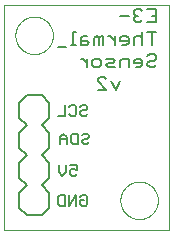
<source format=gbo>
G75*
%MOIN*%
%OFA0B0*%
%FSLAX25Y25*%
%IPPOS*%
%LPD*%
%AMOC8*
5,1,8,0,0,1.08239X$1,22.5*
%
%ADD10C,0.00000*%
%ADD11C,0.00600*%
%ADD12C,0.00500*%
%ADD13C,0.00800*%
D10*
X0016575Y0001500D02*
X0016575Y0076500D01*
X0071575Y0076500D01*
X0071575Y0001500D01*
X0016575Y0001500D01*
X0055325Y0011500D02*
X0055327Y0011658D01*
X0055333Y0011815D01*
X0055343Y0011973D01*
X0055357Y0012130D01*
X0055375Y0012286D01*
X0055396Y0012443D01*
X0055422Y0012598D01*
X0055452Y0012753D01*
X0055485Y0012907D01*
X0055523Y0013060D01*
X0055564Y0013213D01*
X0055609Y0013364D01*
X0055658Y0013514D01*
X0055711Y0013662D01*
X0055767Y0013810D01*
X0055828Y0013955D01*
X0055891Y0014100D01*
X0055959Y0014242D01*
X0056030Y0014383D01*
X0056104Y0014522D01*
X0056182Y0014659D01*
X0056264Y0014794D01*
X0056348Y0014927D01*
X0056437Y0015058D01*
X0056528Y0015186D01*
X0056623Y0015313D01*
X0056720Y0015436D01*
X0056821Y0015558D01*
X0056925Y0015676D01*
X0057032Y0015792D01*
X0057142Y0015905D01*
X0057254Y0016016D01*
X0057370Y0016123D01*
X0057488Y0016228D01*
X0057608Y0016330D01*
X0057731Y0016428D01*
X0057857Y0016524D01*
X0057985Y0016616D01*
X0058115Y0016705D01*
X0058247Y0016791D01*
X0058382Y0016873D01*
X0058519Y0016952D01*
X0058657Y0017027D01*
X0058797Y0017099D01*
X0058940Y0017167D01*
X0059083Y0017232D01*
X0059229Y0017293D01*
X0059376Y0017350D01*
X0059524Y0017404D01*
X0059674Y0017454D01*
X0059824Y0017500D01*
X0059976Y0017542D01*
X0060129Y0017581D01*
X0060283Y0017615D01*
X0060438Y0017646D01*
X0060593Y0017672D01*
X0060749Y0017695D01*
X0060906Y0017714D01*
X0061063Y0017729D01*
X0061220Y0017740D01*
X0061378Y0017747D01*
X0061536Y0017750D01*
X0061693Y0017749D01*
X0061851Y0017744D01*
X0062008Y0017735D01*
X0062166Y0017722D01*
X0062322Y0017705D01*
X0062479Y0017684D01*
X0062634Y0017660D01*
X0062789Y0017631D01*
X0062944Y0017598D01*
X0063097Y0017562D01*
X0063250Y0017521D01*
X0063401Y0017477D01*
X0063551Y0017429D01*
X0063700Y0017378D01*
X0063848Y0017322D01*
X0063994Y0017263D01*
X0064139Y0017200D01*
X0064282Y0017133D01*
X0064423Y0017063D01*
X0064562Y0016990D01*
X0064700Y0016913D01*
X0064836Y0016832D01*
X0064969Y0016748D01*
X0065100Y0016661D01*
X0065229Y0016570D01*
X0065356Y0016476D01*
X0065481Y0016379D01*
X0065602Y0016279D01*
X0065722Y0016176D01*
X0065838Y0016070D01*
X0065952Y0015961D01*
X0066064Y0015849D01*
X0066172Y0015735D01*
X0066277Y0015617D01*
X0066380Y0015497D01*
X0066479Y0015375D01*
X0066575Y0015250D01*
X0066668Y0015122D01*
X0066758Y0014993D01*
X0066844Y0014861D01*
X0066928Y0014727D01*
X0067007Y0014591D01*
X0067084Y0014453D01*
X0067156Y0014313D01*
X0067225Y0014171D01*
X0067291Y0014028D01*
X0067353Y0013883D01*
X0067411Y0013736D01*
X0067466Y0013588D01*
X0067517Y0013439D01*
X0067564Y0013288D01*
X0067607Y0013137D01*
X0067646Y0012984D01*
X0067682Y0012830D01*
X0067713Y0012676D01*
X0067741Y0012521D01*
X0067765Y0012365D01*
X0067785Y0012208D01*
X0067801Y0012051D01*
X0067813Y0011894D01*
X0067821Y0011737D01*
X0067825Y0011579D01*
X0067825Y0011421D01*
X0067821Y0011263D01*
X0067813Y0011106D01*
X0067801Y0010949D01*
X0067785Y0010792D01*
X0067765Y0010635D01*
X0067741Y0010479D01*
X0067713Y0010324D01*
X0067682Y0010170D01*
X0067646Y0010016D01*
X0067607Y0009863D01*
X0067564Y0009712D01*
X0067517Y0009561D01*
X0067466Y0009412D01*
X0067411Y0009264D01*
X0067353Y0009117D01*
X0067291Y0008972D01*
X0067225Y0008829D01*
X0067156Y0008687D01*
X0067084Y0008547D01*
X0067007Y0008409D01*
X0066928Y0008273D01*
X0066844Y0008139D01*
X0066758Y0008007D01*
X0066668Y0007878D01*
X0066575Y0007750D01*
X0066479Y0007625D01*
X0066380Y0007503D01*
X0066277Y0007383D01*
X0066172Y0007265D01*
X0066064Y0007151D01*
X0065952Y0007039D01*
X0065838Y0006930D01*
X0065722Y0006824D01*
X0065602Y0006721D01*
X0065481Y0006621D01*
X0065356Y0006524D01*
X0065229Y0006430D01*
X0065100Y0006339D01*
X0064969Y0006252D01*
X0064836Y0006168D01*
X0064700Y0006087D01*
X0064562Y0006010D01*
X0064423Y0005937D01*
X0064282Y0005867D01*
X0064139Y0005800D01*
X0063994Y0005737D01*
X0063848Y0005678D01*
X0063700Y0005622D01*
X0063551Y0005571D01*
X0063401Y0005523D01*
X0063250Y0005479D01*
X0063097Y0005438D01*
X0062944Y0005402D01*
X0062789Y0005369D01*
X0062634Y0005340D01*
X0062479Y0005316D01*
X0062322Y0005295D01*
X0062166Y0005278D01*
X0062008Y0005265D01*
X0061851Y0005256D01*
X0061693Y0005251D01*
X0061536Y0005250D01*
X0061378Y0005253D01*
X0061220Y0005260D01*
X0061063Y0005271D01*
X0060906Y0005286D01*
X0060749Y0005305D01*
X0060593Y0005328D01*
X0060438Y0005354D01*
X0060283Y0005385D01*
X0060129Y0005419D01*
X0059976Y0005458D01*
X0059824Y0005500D01*
X0059674Y0005546D01*
X0059524Y0005596D01*
X0059376Y0005650D01*
X0059229Y0005707D01*
X0059083Y0005768D01*
X0058940Y0005833D01*
X0058797Y0005901D01*
X0058657Y0005973D01*
X0058519Y0006048D01*
X0058382Y0006127D01*
X0058247Y0006209D01*
X0058115Y0006295D01*
X0057985Y0006384D01*
X0057857Y0006476D01*
X0057731Y0006572D01*
X0057608Y0006670D01*
X0057488Y0006772D01*
X0057370Y0006877D01*
X0057254Y0006984D01*
X0057142Y0007095D01*
X0057032Y0007208D01*
X0056925Y0007324D01*
X0056821Y0007442D01*
X0056720Y0007564D01*
X0056623Y0007687D01*
X0056528Y0007814D01*
X0056437Y0007942D01*
X0056348Y0008073D01*
X0056264Y0008206D01*
X0056182Y0008341D01*
X0056104Y0008478D01*
X0056030Y0008617D01*
X0055959Y0008758D01*
X0055891Y0008900D01*
X0055828Y0009045D01*
X0055767Y0009190D01*
X0055711Y0009338D01*
X0055658Y0009486D01*
X0055609Y0009636D01*
X0055564Y0009787D01*
X0055523Y0009940D01*
X0055485Y0010093D01*
X0055452Y0010247D01*
X0055422Y0010402D01*
X0055396Y0010557D01*
X0055375Y0010714D01*
X0055357Y0010870D01*
X0055343Y0011027D01*
X0055333Y0011185D01*
X0055327Y0011342D01*
X0055325Y0011500D01*
X0020325Y0066500D02*
X0020327Y0066658D01*
X0020333Y0066815D01*
X0020343Y0066973D01*
X0020357Y0067130D01*
X0020375Y0067286D01*
X0020396Y0067443D01*
X0020422Y0067598D01*
X0020452Y0067753D01*
X0020485Y0067907D01*
X0020523Y0068060D01*
X0020564Y0068213D01*
X0020609Y0068364D01*
X0020658Y0068514D01*
X0020711Y0068662D01*
X0020767Y0068810D01*
X0020828Y0068955D01*
X0020891Y0069100D01*
X0020959Y0069242D01*
X0021030Y0069383D01*
X0021104Y0069522D01*
X0021182Y0069659D01*
X0021264Y0069794D01*
X0021348Y0069927D01*
X0021437Y0070058D01*
X0021528Y0070186D01*
X0021623Y0070313D01*
X0021720Y0070436D01*
X0021821Y0070558D01*
X0021925Y0070676D01*
X0022032Y0070792D01*
X0022142Y0070905D01*
X0022254Y0071016D01*
X0022370Y0071123D01*
X0022488Y0071228D01*
X0022608Y0071330D01*
X0022731Y0071428D01*
X0022857Y0071524D01*
X0022985Y0071616D01*
X0023115Y0071705D01*
X0023247Y0071791D01*
X0023382Y0071873D01*
X0023519Y0071952D01*
X0023657Y0072027D01*
X0023797Y0072099D01*
X0023940Y0072167D01*
X0024083Y0072232D01*
X0024229Y0072293D01*
X0024376Y0072350D01*
X0024524Y0072404D01*
X0024674Y0072454D01*
X0024824Y0072500D01*
X0024976Y0072542D01*
X0025129Y0072581D01*
X0025283Y0072615D01*
X0025438Y0072646D01*
X0025593Y0072672D01*
X0025749Y0072695D01*
X0025906Y0072714D01*
X0026063Y0072729D01*
X0026220Y0072740D01*
X0026378Y0072747D01*
X0026536Y0072750D01*
X0026693Y0072749D01*
X0026851Y0072744D01*
X0027008Y0072735D01*
X0027166Y0072722D01*
X0027322Y0072705D01*
X0027479Y0072684D01*
X0027634Y0072660D01*
X0027789Y0072631D01*
X0027944Y0072598D01*
X0028097Y0072562D01*
X0028250Y0072521D01*
X0028401Y0072477D01*
X0028551Y0072429D01*
X0028700Y0072378D01*
X0028848Y0072322D01*
X0028994Y0072263D01*
X0029139Y0072200D01*
X0029282Y0072133D01*
X0029423Y0072063D01*
X0029562Y0071990D01*
X0029700Y0071913D01*
X0029836Y0071832D01*
X0029969Y0071748D01*
X0030100Y0071661D01*
X0030229Y0071570D01*
X0030356Y0071476D01*
X0030481Y0071379D01*
X0030602Y0071279D01*
X0030722Y0071176D01*
X0030838Y0071070D01*
X0030952Y0070961D01*
X0031064Y0070849D01*
X0031172Y0070735D01*
X0031277Y0070617D01*
X0031380Y0070497D01*
X0031479Y0070375D01*
X0031575Y0070250D01*
X0031668Y0070122D01*
X0031758Y0069993D01*
X0031844Y0069861D01*
X0031928Y0069727D01*
X0032007Y0069591D01*
X0032084Y0069453D01*
X0032156Y0069313D01*
X0032225Y0069171D01*
X0032291Y0069028D01*
X0032353Y0068883D01*
X0032411Y0068736D01*
X0032466Y0068588D01*
X0032517Y0068439D01*
X0032564Y0068288D01*
X0032607Y0068137D01*
X0032646Y0067984D01*
X0032682Y0067830D01*
X0032713Y0067676D01*
X0032741Y0067521D01*
X0032765Y0067365D01*
X0032785Y0067208D01*
X0032801Y0067051D01*
X0032813Y0066894D01*
X0032821Y0066737D01*
X0032825Y0066579D01*
X0032825Y0066421D01*
X0032821Y0066263D01*
X0032813Y0066106D01*
X0032801Y0065949D01*
X0032785Y0065792D01*
X0032765Y0065635D01*
X0032741Y0065479D01*
X0032713Y0065324D01*
X0032682Y0065170D01*
X0032646Y0065016D01*
X0032607Y0064863D01*
X0032564Y0064712D01*
X0032517Y0064561D01*
X0032466Y0064412D01*
X0032411Y0064264D01*
X0032353Y0064117D01*
X0032291Y0063972D01*
X0032225Y0063829D01*
X0032156Y0063687D01*
X0032084Y0063547D01*
X0032007Y0063409D01*
X0031928Y0063273D01*
X0031844Y0063139D01*
X0031758Y0063007D01*
X0031668Y0062878D01*
X0031575Y0062750D01*
X0031479Y0062625D01*
X0031380Y0062503D01*
X0031277Y0062383D01*
X0031172Y0062265D01*
X0031064Y0062151D01*
X0030952Y0062039D01*
X0030838Y0061930D01*
X0030722Y0061824D01*
X0030602Y0061721D01*
X0030481Y0061621D01*
X0030356Y0061524D01*
X0030229Y0061430D01*
X0030100Y0061339D01*
X0029969Y0061252D01*
X0029836Y0061168D01*
X0029700Y0061087D01*
X0029562Y0061010D01*
X0029423Y0060937D01*
X0029282Y0060867D01*
X0029139Y0060800D01*
X0028994Y0060737D01*
X0028848Y0060678D01*
X0028700Y0060622D01*
X0028551Y0060571D01*
X0028401Y0060523D01*
X0028250Y0060479D01*
X0028097Y0060438D01*
X0027944Y0060402D01*
X0027789Y0060369D01*
X0027634Y0060340D01*
X0027479Y0060316D01*
X0027322Y0060295D01*
X0027166Y0060278D01*
X0027008Y0060265D01*
X0026851Y0060256D01*
X0026693Y0060251D01*
X0026536Y0060250D01*
X0026378Y0060253D01*
X0026220Y0060260D01*
X0026063Y0060271D01*
X0025906Y0060286D01*
X0025749Y0060305D01*
X0025593Y0060328D01*
X0025438Y0060354D01*
X0025283Y0060385D01*
X0025129Y0060419D01*
X0024976Y0060458D01*
X0024824Y0060500D01*
X0024674Y0060546D01*
X0024524Y0060596D01*
X0024376Y0060650D01*
X0024229Y0060707D01*
X0024083Y0060768D01*
X0023940Y0060833D01*
X0023797Y0060901D01*
X0023657Y0060973D01*
X0023519Y0061048D01*
X0023382Y0061127D01*
X0023247Y0061209D01*
X0023115Y0061295D01*
X0022985Y0061384D01*
X0022857Y0061476D01*
X0022731Y0061572D01*
X0022608Y0061670D01*
X0022488Y0061772D01*
X0022370Y0061877D01*
X0022254Y0061984D01*
X0022142Y0062095D01*
X0022032Y0062208D01*
X0021925Y0062324D01*
X0021821Y0062442D01*
X0021720Y0062564D01*
X0021623Y0062687D01*
X0021528Y0062814D01*
X0021437Y0062942D01*
X0021348Y0063073D01*
X0021264Y0063206D01*
X0021182Y0063341D01*
X0021104Y0063478D01*
X0021030Y0063617D01*
X0020959Y0063758D01*
X0020891Y0063900D01*
X0020828Y0064045D01*
X0020767Y0064190D01*
X0020711Y0064338D01*
X0020658Y0064486D01*
X0020609Y0064636D01*
X0020564Y0064787D01*
X0020523Y0064940D01*
X0020485Y0065093D01*
X0020452Y0065247D01*
X0020422Y0065402D01*
X0020396Y0065557D01*
X0020375Y0065714D01*
X0020357Y0065870D01*
X0020343Y0066027D01*
X0020333Y0066185D01*
X0020327Y0066342D01*
X0020325Y0066500D01*
D11*
X0034413Y0062566D02*
X0037349Y0062566D01*
X0038950Y0063300D02*
X0040418Y0063300D01*
X0039684Y0063300D02*
X0039684Y0067704D01*
X0040418Y0067704D01*
X0042086Y0065502D02*
X0042086Y0063300D01*
X0044288Y0063300D01*
X0045022Y0064034D01*
X0044288Y0064768D01*
X0042086Y0064768D01*
X0042086Y0065502D02*
X0042820Y0066236D01*
X0044288Y0066236D01*
X0046690Y0065502D02*
X0046690Y0063300D01*
X0048158Y0063300D02*
X0048158Y0065502D01*
X0047424Y0066236D01*
X0046690Y0065502D01*
X0048158Y0065502D02*
X0048892Y0066236D01*
X0049626Y0066236D01*
X0049626Y0063300D01*
X0051261Y0066236D02*
X0051995Y0066236D01*
X0053463Y0064768D01*
X0053463Y0063300D02*
X0053463Y0066236D01*
X0055131Y0065502D02*
X0055131Y0064768D01*
X0058067Y0064768D01*
X0058067Y0064034D02*
X0058067Y0065502D01*
X0057333Y0066236D01*
X0055865Y0066236D01*
X0055131Y0065502D01*
X0055865Y0063300D02*
X0057333Y0063300D01*
X0058067Y0064034D01*
X0059735Y0063300D02*
X0059735Y0065502D01*
X0060469Y0066236D01*
X0061937Y0066236D01*
X0062671Y0065502D01*
X0062671Y0067704D02*
X0062671Y0063300D01*
X0065807Y0063300D02*
X0065807Y0067704D01*
X0067275Y0067704D02*
X0064339Y0067704D01*
X0064339Y0070800D02*
X0067275Y0070800D01*
X0067275Y0075204D01*
X0064339Y0075204D01*
X0062671Y0074470D02*
X0061937Y0075204D01*
X0060469Y0075204D01*
X0059735Y0074470D01*
X0059735Y0073736D01*
X0060469Y0073002D01*
X0059735Y0072268D01*
X0059735Y0071534D01*
X0060469Y0070800D01*
X0061937Y0070800D01*
X0062671Y0071534D01*
X0061203Y0073002D02*
X0060469Y0073002D01*
X0058067Y0073002D02*
X0055131Y0073002D01*
X0065807Y0073002D02*
X0067275Y0073002D01*
X0066541Y0060204D02*
X0065073Y0060204D01*
X0064339Y0059470D01*
X0065073Y0058002D02*
X0064339Y0057268D01*
X0064339Y0056534D01*
X0065073Y0055800D01*
X0066541Y0055800D01*
X0067275Y0056534D01*
X0066541Y0058002D02*
X0065073Y0058002D01*
X0066541Y0058002D02*
X0067275Y0058736D01*
X0067275Y0059470D01*
X0066541Y0060204D01*
X0062671Y0058002D02*
X0062671Y0056534D01*
X0061937Y0055800D01*
X0060469Y0055800D01*
X0059735Y0057268D02*
X0062671Y0057268D01*
X0062671Y0058002D02*
X0061937Y0058736D01*
X0060469Y0058736D01*
X0059735Y0058002D01*
X0059735Y0057268D01*
X0058067Y0055800D02*
X0058067Y0058736D01*
X0055865Y0058736D01*
X0055131Y0058002D01*
X0055131Y0055800D01*
X0053463Y0055800D02*
X0051261Y0055800D01*
X0050527Y0056534D01*
X0051261Y0057268D01*
X0052729Y0057268D01*
X0053463Y0058002D01*
X0052729Y0058736D01*
X0050527Y0058736D01*
X0048859Y0058002D02*
X0048859Y0056534D01*
X0048125Y0055800D01*
X0046657Y0055800D01*
X0045923Y0056534D01*
X0045923Y0058002D01*
X0046657Y0058736D01*
X0048125Y0058736D01*
X0048859Y0058002D01*
X0044255Y0058736D02*
X0044255Y0055800D01*
X0044255Y0057268D02*
X0042787Y0058736D01*
X0042053Y0058736D01*
X0048469Y0052704D02*
X0047735Y0051970D01*
X0047735Y0051236D01*
X0050671Y0048300D01*
X0047735Y0048300D01*
X0050671Y0051970D02*
X0049937Y0052704D01*
X0048469Y0052704D01*
X0052339Y0051236D02*
X0053807Y0048300D01*
X0055275Y0051236D01*
D12*
X0044325Y0042669D02*
X0044325Y0042085D01*
X0043741Y0041501D01*
X0042573Y0041501D01*
X0041989Y0040918D01*
X0041989Y0040334D01*
X0042573Y0039750D01*
X0043741Y0039750D01*
X0044325Y0040334D01*
X0044325Y0042669D02*
X0043741Y0043253D01*
X0042573Y0043253D01*
X0041989Y0042669D01*
X0040641Y0042669D02*
X0040641Y0040334D01*
X0040058Y0039750D01*
X0038890Y0039750D01*
X0038306Y0040334D01*
X0036958Y0039750D02*
X0034623Y0039750D01*
X0036958Y0039750D02*
X0036958Y0043253D01*
X0038306Y0042669D02*
X0038890Y0043253D01*
X0040058Y0043253D01*
X0040641Y0042669D01*
X0041141Y0033753D02*
X0039390Y0033753D01*
X0038806Y0033169D01*
X0038806Y0030834D01*
X0039390Y0030250D01*
X0041141Y0030250D01*
X0041141Y0033753D01*
X0042489Y0033169D02*
X0043073Y0033753D01*
X0044241Y0033753D01*
X0044825Y0033169D01*
X0044825Y0032585D01*
X0044241Y0032001D01*
X0043073Y0032001D01*
X0042489Y0031418D01*
X0042489Y0030834D01*
X0043073Y0030250D01*
X0044241Y0030250D01*
X0044825Y0030834D01*
X0040825Y0023253D02*
X0038489Y0023253D01*
X0039073Y0022085D02*
X0038489Y0021501D01*
X0038489Y0020334D01*
X0039073Y0019750D01*
X0040241Y0019750D01*
X0040825Y0020334D01*
X0040825Y0021501D02*
X0039657Y0022085D01*
X0039073Y0022085D01*
X0040825Y0021501D02*
X0040825Y0023253D01*
X0037141Y0023253D02*
X0037141Y0020918D01*
X0035974Y0019750D01*
X0034806Y0020918D01*
X0034806Y0023253D01*
X0035123Y0030250D02*
X0035123Y0032585D01*
X0036291Y0033753D01*
X0037458Y0032585D01*
X0037458Y0030250D01*
X0037458Y0032001D02*
X0035123Y0032001D01*
X0035207Y0013253D02*
X0034623Y0012669D01*
X0034623Y0010334D01*
X0035207Y0009750D01*
X0036958Y0009750D01*
X0036958Y0013253D01*
X0035207Y0013253D01*
X0038306Y0013253D02*
X0038306Y0009750D01*
X0040641Y0013253D01*
X0040641Y0009750D01*
X0041989Y0010334D02*
X0041989Y0011501D01*
X0043157Y0011501D01*
X0044325Y0010334D02*
X0043741Y0009750D01*
X0042573Y0009750D01*
X0041989Y0010334D01*
X0041989Y0012669D02*
X0042573Y0013253D01*
X0043741Y0013253D01*
X0044325Y0012669D01*
X0044325Y0010334D01*
D13*
X0031575Y0009000D02*
X0029075Y0006500D01*
X0024075Y0006500D01*
X0021575Y0009000D01*
X0021575Y0014000D01*
X0024075Y0016500D01*
X0021575Y0019000D01*
X0021575Y0024000D01*
X0024075Y0026500D01*
X0021575Y0029000D01*
X0021575Y0034000D01*
X0024075Y0036500D01*
X0021575Y0039000D01*
X0021575Y0044000D01*
X0024075Y0046500D01*
X0029075Y0046500D01*
X0031575Y0044000D01*
X0031575Y0039000D01*
X0029075Y0036500D01*
X0031575Y0034000D01*
X0031575Y0029000D01*
X0029075Y0026500D01*
X0031575Y0024000D01*
X0031575Y0019000D01*
X0029075Y0016500D01*
X0031575Y0014000D01*
X0031575Y0009000D01*
M02*

</source>
